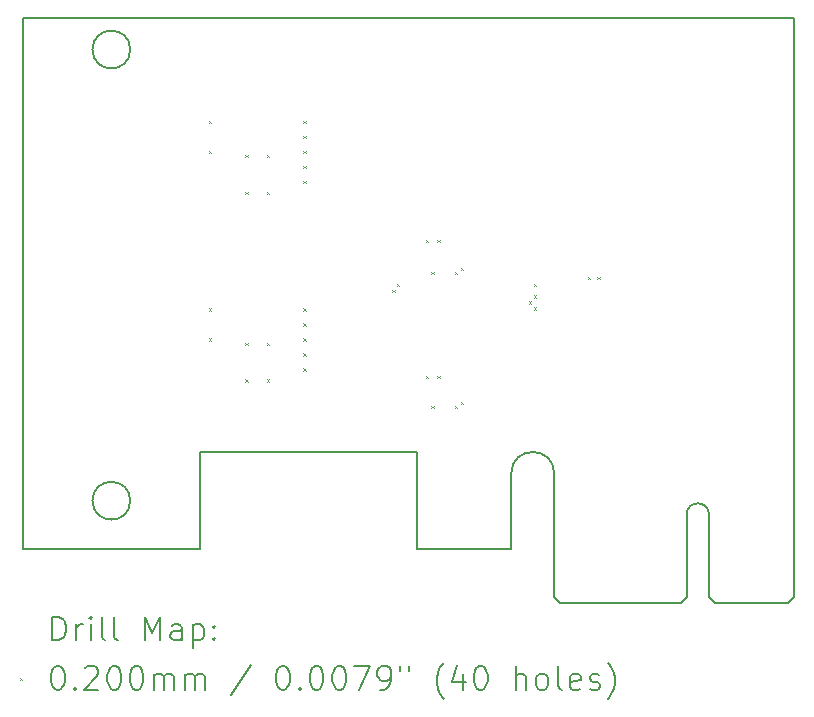
<source format=gbr>
%TF.GenerationSoftware,KiCad,Pcbnew,6.0.9+dfsg-1*%
%TF.CreationDate,2023-01-25T21:24:43+01:00*%
%TF.ProjectId,siproslic,73697072-6f73-46c6-9963-2e6b69636164,rev?*%
%TF.SameCoordinates,Original*%
%TF.FileFunction,Drillmap*%
%TF.FilePolarity,Positive*%
%FSLAX45Y45*%
G04 Gerber Fmt 4.5, Leading zero omitted, Abs format (unit mm)*
G04 Created by KiCad (PCBNEW 6.0.9+dfsg-1) date 2023-01-25 21:24:43*
%MOMM*%
%LPD*%
G01*
G04 APERTURE LIST*
%ADD10C,0.150000*%
%ADD11C,0.200000*%
%ADD12C,0.020000*%
G04 APERTURE END LIST*
D10*
X10997500Y-19412500D02*
X12017500Y-19412500D01*
X10947500Y-19362500D02*
X10997500Y-19412500D01*
X9782500Y-18137500D02*
X9782500Y-18962500D01*
X7357500Y-18550000D02*
G75*
G03*
X7357500Y-18550000I-160000J0D01*
G01*
X12977500Y-14462500D02*
X6447500Y-14462500D01*
X12257500Y-18667500D02*
X12257500Y-19362500D01*
X10947500Y-18320000D02*
X10947500Y-19362500D01*
X12257500Y-19362500D02*
X12307500Y-19412500D01*
X7947500Y-18962500D02*
X7947500Y-18137500D01*
X7357500Y-14730000D02*
G75*
G03*
X7357500Y-14730000I-160000J0D01*
G01*
X6447500Y-14462500D02*
X6447500Y-18962500D01*
X9782500Y-18962500D02*
X10582500Y-18962500D01*
X10947500Y-18320000D02*
G75*
G03*
X10582500Y-18320000I-182500J0D01*
G01*
X12257500Y-18667500D02*
G75*
G03*
X12067500Y-18667500I-95000J0D01*
G01*
X6447500Y-18962500D02*
X7947500Y-18962500D01*
X12927500Y-19412500D02*
X12307500Y-19412500D01*
X12017500Y-19412500D02*
X12067500Y-19362500D01*
X12977500Y-19362500D02*
X12927500Y-19412500D01*
X10582500Y-18962500D02*
X10582500Y-18320000D01*
X12977500Y-14462500D02*
X12977500Y-19362500D01*
X7947500Y-18137500D02*
X9782500Y-18137500D01*
X12067500Y-19362500D02*
X12067500Y-18667500D01*
D11*
D12*
X8022000Y-15333000D02*
X8042000Y-15353000D01*
X8042000Y-15333000D02*
X8022000Y-15353000D01*
X8022000Y-15587000D02*
X8042000Y-15607000D01*
X8042000Y-15587000D02*
X8022000Y-15607000D01*
X8023500Y-16921500D02*
X8043500Y-16941500D01*
X8043500Y-16921500D02*
X8023500Y-16941500D01*
X8023500Y-17175500D02*
X8043500Y-17195500D01*
X8043500Y-17175500D02*
X8023500Y-17195500D01*
X8332500Y-15622500D02*
X8352500Y-15642500D01*
X8352500Y-15622500D02*
X8332500Y-15642500D01*
X8332500Y-15932500D02*
X8352500Y-15952500D01*
X8352500Y-15932500D02*
X8332500Y-15952500D01*
X8332500Y-17212500D02*
X8352500Y-17232500D01*
X8352500Y-17212500D02*
X8332500Y-17232500D01*
X8332500Y-17522500D02*
X8352500Y-17542500D01*
X8352500Y-17522500D02*
X8332500Y-17542500D01*
X8512500Y-15622500D02*
X8532500Y-15642500D01*
X8532500Y-15622500D02*
X8512500Y-15642500D01*
X8512500Y-15932500D02*
X8532500Y-15952500D01*
X8532500Y-15932500D02*
X8512500Y-15952500D01*
X8512500Y-17212500D02*
X8532500Y-17232500D01*
X8532500Y-17212500D02*
X8512500Y-17232500D01*
X8512500Y-17522500D02*
X8532500Y-17542500D01*
X8532500Y-17522500D02*
X8512500Y-17542500D01*
X8822000Y-15333000D02*
X8842000Y-15353000D01*
X8842000Y-15333000D02*
X8822000Y-15353000D01*
X8822000Y-15460000D02*
X8842000Y-15480000D01*
X8842000Y-15460000D02*
X8822000Y-15480000D01*
X8822000Y-15587000D02*
X8842000Y-15607000D01*
X8842000Y-15587000D02*
X8822000Y-15607000D01*
X8822000Y-15714000D02*
X8842000Y-15734000D01*
X8842000Y-15714000D02*
X8822000Y-15734000D01*
X8822000Y-15841000D02*
X8842000Y-15861000D01*
X8842000Y-15841000D02*
X8822000Y-15861000D01*
X8822500Y-17175500D02*
X8842500Y-17195500D01*
X8842500Y-17175500D02*
X8822500Y-17195500D01*
X8823000Y-16921500D02*
X8843000Y-16941500D01*
X8843000Y-16921500D02*
X8823000Y-16941500D01*
X8823000Y-17048500D02*
X8843000Y-17068500D01*
X8843000Y-17048500D02*
X8823000Y-17068500D01*
X8823000Y-17302500D02*
X8843000Y-17322500D01*
X8843000Y-17302500D02*
X8823000Y-17322500D01*
X8823000Y-17429500D02*
X8843000Y-17449500D01*
X8843000Y-17429500D02*
X8823000Y-17449500D01*
X9577500Y-16762500D02*
X9597500Y-16782500D01*
X9597500Y-16762500D02*
X9577500Y-16782500D01*
X9612500Y-16712500D02*
X9632500Y-16732500D01*
X9632500Y-16712500D02*
X9612500Y-16732500D01*
X9857500Y-16342500D02*
X9877500Y-16362500D01*
X9877500Y-16342500D02*
X9857500Y-16362500D01*
X9857500Y-17492500D02*
X9877500Y-17512500D01*
X9877500Y-17492500D02*
X9857500Y-17512500D01*
X9907500Y-16612500D02*
X9927500Y-16632500D01*
X9927500Y-16612500D02*
X9907500Y-16632500D01*
X9907500Y-17747500D02*
X9927500Y-17767500D01*
X9927500Y-17747500D02*
X9907500Y-17767500D01*
X9957500Y-16342500D02*
X9977500Y-16362500D01*
X9977500Y-16342500D02*
X9957500Y-16362500D01*
X9957500Y-17492500D02*
X9977500Y-17512500D01*
X9977500Y-17492500D02*
X9957500Y-17512500D01*
X10107500Y-16612500D02*
X10127500Y-16632500D01*
X10127500Y-16612500D02*
X10107500Y-16632500D01*
X10107500Y-17747500D02*
X10127500Y-17767500D01*
X10127500Y-17747500D02*
X10107500Y-17767500D01*
X10157500Y-16577500D02*
X10177500Y-16597500D01*
X10177500Y-16577500D02*
X10157500Y-16597500D01*
X10157500Y-17710500D02*
X10177500Y-17730500D01*
X10177500Y-17710500D02*
X10157500Y-17730500D01*
X10732500Y-16862500D02*
X10752500Y-16882500D01*
X10752500Y-16862500D02*
X10732500Y-16882500D01*
X10772500Y-16712500D02*
X10792500Y-16732500D01*
X10792500Y-16712500D02*
X10772500Y-16732500D01*
X10772500Y-16812500D02*
X10792500Y-16832500D01*
X10792500Y-16812500D02*
X10772500Y-16832500D01*
X10772500Y-16912500D02*
X10792500Y-16932500D01*
X10792500Y-16912500D02*
X10772500Y-16932500D01*
X11232500Y-16652500D02*
X11252500Y-16672500D01*
X11252500Y-16652500D02*
X11232500Y-16672500D01*
X11312500Y-16652500D02*
X11332500Y-16672500D01*
X11332500Y-16652500D02*
X11312500Y-16672500D01*
D11*
X6697619Y-19730476D02*
X6697619Y-19530476D01*
X6745238Y-19530476D01*
X6773809Y-19540000D01*
X6792857Y-19559048D01*
X6802381Y-19578095D01*
X6811905Y-19616190D01*
X6811905Y-19644762D01*
X6802381Y-19682857D01*
X6792857Y-19701905D01*
X6773809Y-19720952D01*
X6745238Y-19730476D01*
X6697619Y-19730476D01*
X6897619Y-19730476D02*
X6897619Y-19597143D01*
X6897619Y-19635238D02*
X6907143Y-19616190D01*
X6916667Y-19606667D01*
X6935714Y-19597143D01*
X6954762Y-19597143D01*
X7021428Y-19730476D02*
X7021428Y-19597143D01*
X7021428Y-19530476D02*
X7011905Y-19540000D01*
X7021428Y-19549524D01*
X7030952Y-19540000D01*
X7021428Y-19530476D01*
X7021428Y-19549524D01*
X7145238Y-19730476D02*
X7126190Y-19720952D01*
X7116667Y-19701905D01*
X7116667Y-19530476D01*
X7250000Y-19730476D02*
X7230952Y-19720952D01*
X7221428Y-19701905D01*
X7221428Y-19530476D01*
X7478571Y-19730476D02*
X7478571Y-19530476D01*
X7545238Y-19673333D01*
X7611905Y-19530476D01*
X7611905Y-19730476D01*
X7792857Y-19730476D02*
X7792857Y-19625714D01*
X7783333Y-19606667D01*
X7764286Y-19597143D01*
X7726190Y-19597143D01*
X7707143Y-19606667D01*
X7792857Y-19720952D02*
X7773809Y-19730476D01*
X7726190Y-19730476D01*
X7707143Y-19720952D01*
X7697619Y-19701905D01*
X7697619Y-19682857D01*
X7707143Y-19663810D01*
X7726190Y-19654286D01*
X7773809Y-19654286D01*
X7792857Y-19644762D01*
X7888095Y-19597143D02*
X7888095Y-19797143D01*
X7888095Y-19606667D02*
X7907143Y-19597143D01*
X7945238Y-19597143D01*
X7964286Y-19606667D01*
X7973809Y-19616190D01*
X7983333Y-19635238D01*
X7983333Y-19692381D01*
X7973809Y-19711429D01*
X7964286Y-19720952D01*
X7945238Y-19730476D01*
X7907143Y-19730476D01*
X7888095Y-19720952D01*
X8069048Y-19711429D02*
X8078571Y-19720952D01*
X8069048Y-19730476D01*
X8059524Y-19720952D01*
X8069048Y-19711429D01*
X8069048Y-19730476D01*
X8069048Y-19606667D02*
X8078571Y-19616190D01*
X8069048Y-19625714D01*
X8059524Y-19616190D01*
X8069048Y-19606667D01*
X8069048Y-19625714D01*
D12*
X6420000Y-20050000D02*
X6440000Y-20070000D01*
X6440000Y-20050000D02*
X6420000Y-20070000D01*
D11*
X6735714Y-19950476D02*
X6754762Y-19950476D01*
X6773809Y-19960000D01*
X6783333Y-19969524D01*
X6792857Y-19988571D01*
X6802381Y-20026667D01*
X6802381Y-20074286D01*
X6792857Y-20112381D01*
X6783333Y-20131429D01*
X6773809Y-20140952D01*
X6754762Y-20150476D01*
X6735714Y-20150476D01*
X6716667Y-20140952D01*
X6707143Y-20131429D01*
X6697619Y-20112381D01*
X6688095Y-20074286D01*
X6688095Y-20026667D01*
X6697619Y-19988571D01*
X6707143Y-19969524D01*
X6716667Y-19960000D01*
X6735714Y-19950476D01*
X6888095Y-20131429D02*
X6897619Y-20140952D01*
X6888095Y-20150476D01*
X6878571Y-20140952D01*
X6888095Y-20131429D01*
X6888095Y-20150476D01*
X6973809Y-19969524D02*
X6983333Y-19960000D01*
X7002381Y-19950476D01*
X7050000Y-19950476D01*
X7069048Y-19960000D01*
X7078571Y-19969524D01*
X7088095Y-19988571D01*
X7088095Y-20007619D01*
X7078571Y-20036190D01*
X6964286Y-20150476D01*
X7088095Y-20150476D01*
X7211905Y-19950476D02*
X7230952Y-19950476D01*
X7250000Y-19960000D01*
X7259524Y-19969524D01*
X7269048Y-19988571D01*
X7278571Y-20026667D01*
X7278571Y-20074286D01*
X7269048Y-20112381D01*
X7259524Y-20131429D01*
X7250000Y-20140952D01*
X7230952Y-20150476D01*
X7211905Y-20150476D01*
X7192857Y-20140952D01*
X7183333Y-20131429D01*
X7173809Y-20112381D01*
X7164286Y-20074286D01*
X7164286Y-20026667D01*
X7173809Y-19988571D01*
X7183333Y-19969524D01*
X7192857Y-19960000D01*
X7211905Y-19950476D01*
X7402381Y-19950476D02*
X7421428Y-19950476D01*
X7440476Y-19960000D01*
X7450000Y-19969524D01*
X7459524Y-19988571D01*
X7469048Y-20026667D01*
X7469048Y-20074286D01*
X7459524Y-20112381D01*
X7450000Y-20131429D01*
X7440476Y-20140952D01*
X7421428Y-20150476D01*
X7402381Y-20150476D01*
X7383333Y-20140952D01*
X7373809Y-20131429D01*
X7364286Y-20112381D01*
X7354762Y-20074286D01*
X7354762Y-20026667D01*
X7364286Y-19988571D01*
X7373809Y-19969524D01*
X7383333Y-19960000D01*
X7402381Y-19950476D01*
X7554762Y-20150476D02*
X7554762Y-20017143D01*
X7554762Y-20036190D02*
X7564286Y-20026667D01*
X7583333Y-20017143D01*
X7611905Y-20017143D01*
X7630952Y-20026667D01*
X7640476Y-20045714D01*
X7640476Y-20150476D01*
X7640476Y-20045714D02*
X7650000Y-20026667D01*
X7669048Y-20017143D01*
X7697619Y-20017143D01*
X7716667Y-20026667D01*
X7726190Y-20045714D01*
X7726190Y-20150476D01*
X7821428Y-20150476D02*
X7821428Y-20017143D01*
X7821428Y-20036190D02*
X7830952Y-20026667D01*
X7850000Y-20017143D01*
X7878571Y-20017143D01*
X7897619Y-20026667D01*
X7907143Y-20045714D01*
X7907143Y-20150476D01*
X7907143Y-20045714D02*
X7916667Y-20026667D01*
X7935714Y-20017143D01*
X7964286Y-20017143D01*
X7983333Y-20026667D01*
X7992857Y-20045714D01*
X7992857Y-20150476D01*
X8383333Y-19940952D02*
X8211905Y-20198095D01*
X8640476Y-19950476D02*
X8659524Y-19950476D01*
X8678571Y-19960000D01*
X8688095Y-19969524D01*
X8697619Y-19988571D01*
X8707143Y-20026667D01*
X8707143Y-20074286D01*
X8697619Y-20112381D01*
X8688095Y-20131429D01*
X8678571Y-20140952D01*
X8659524Y-20150476D01*
X8640476Y-20150476D01*
X8621429Y-20140952D01*
X8611905Y-20131429D01*
X8602381Y-20112381D01*
X8592857Y-20074286D01*
X8592857Y-20026667D01*
X8602381Y-19988571D01*
X8611905Y-19969524D01*
X8621429Y-19960000D01*
X8640476Y-19950476D01*
X8792857Y-20131429D02*
X8802381Y-20140952D01*
X8792857Y-20150476D01*
X8783333Y-20140952D01*
X8792857Y-20131429D01*
X8792857Y-20150476D01*
X8926190Y-19950476D02*
X8945238Y-19950476D01*
X8964286Y-19960000D01*
X8973810Y-19969524D01*
X8983333Y-19988571D01*
X8992857Y-20026667D01*
X8992857Y-20074286D01*
X8983333Y-20112381D01*
X8973810Y-20131429D01*
X8964286Y-20140952D01*
X8945238Y-20150476D01*
X8926190Y-20150476D01*
X8907143Y-20140952D01*
X8897619Y-20131429D01*
X8888095Y-20112381D01*
X8878571Y-20074286D01*
X8878571Y-20026667D01*
X8888095Y-19988571D01*
X8897619Y-19969524D01*
X8907143Y-19960000D01*
X8926190Y-19950476D01*
X9116667Y-19950476D02*
X9135714Y-19950476D01*
X9154762Y-19960000D01*
X9164286Y-19969524D01*
X9173810Y-19988571D01*
X9183333Y-20026667D01*
X9183333Y-20074286D01*
X9173810Y-20112381D01*
X9164286Y-20131429D01*
X9154762Y-20140952D01*
X9135714Y-20150476D01*
X9116667Y-20150476D01*
X9097619Y-20140952D01*
X9088095Y-20131429D01*
X9078571Y-20112381D01*
X9069048Y-20074286D01*
X9069048Y-20026667D01*
X9078571Y-19988571D01*
X9088095Y-19969524D01*
X9097619Y-19960000D01*
X9116667Y-19950476D01*
X9250000Y-19950476D02*
X9383333Y-19950476D01*
X9297619Y-20150476D01*
X9469048Y-20150476D02*
X9507143Y-20150476D01*
X9526190Y-20140952D01*
X9535714Y-20131429D01*
X9554762Y-20102857D01*
X9564286Y-20064762D01*
X9564286Y-19988571D01*
X9554762Y-19969524D01*
X9545238Y-19960000D01*
X9526190Y-19950476D01*
X9488095Y-19950476D01*
X9469048Y-19960000D01*
X9459524Y-19969524D01*
X9450000Y-19988571D01*
X9450000Y-20036190D01*
X9459524Y-20055238D01*
X9469048Y-20064762D01*
X9488095Y-20074286D01*
X9526190Y-20074286D01*
X9545238Y-20064762D01*
X9554762Y-20055238D01*
X9564286Y-20036190D01*
X9640476Y-19950476D02*
X9640476Y-19988571D01*
X9716667Y-19950476D02*
X9716667Y-19988571D01*
X10011905Y-20226667D02*
X10002381Y-20217143D01*
X9983333Y-20188571D01*
X9973810Y-20169524D01*
X9964286Y-20140952D01*
X9954762Y-20093333D01*
X9954762Y-20055238D01*
X9964286Y-20007619D01*
X9973810Y-19979048D01*
X9983333Y-19960000D01*
X10002381Y-19931429D01*
X10011905Y-19921905D01*
X10173810Y-20017143D02*
X10173810Y-20150476D01*
X10126190Y-19940952D02*
X10078571Y-20083810D01*
X10202381Y-20083810D01*
X10316667Y-19950476D02*
X10335714Y-19950476D01*
X10354762Y-19960000D01*
X10364286Y-19969524D01*
X10373810Y-19988571D01*
X10383333Y-20026667D01*
X10383333Y-20074286D01*
X10373810Y-20112381D01*
X10364286Y-20131429D01*
X10354762Y-20140952D01*
X10335714Y-20150476D01*
X10316667Y-20150476D01*
X10297619Y-20140952D01*
X10288095Y-20131429D01*
X10278571Y-20112381D01*
X10269048Y-20074286D01*
X10269048Y-20026667D01*
X10278571Y-19988571D01*
X10288095Y-19969524D01*
X10297619Y-19960000D01*
X10316667Y-19950476D01*
X10621429Y-20150476D02*
X10621429Y-19950476D01*
X10707143Y-20150476D02*
X10707143Y-20045714D01*
X10697619Y-20026667D01*
X10678571Y-20017143D01*
X10650000Y-20017143D01*
X10630952Y-20026667D01*
X10621429Y-20036190D01*
X10830952Y-20150476D02*
X10811905Y-20140952D01*
X10802381Y-20131429D01*
X10792857Y-20112381D01*
X10792857Y-20055238D01*
X10802381Y-20036190D01*
X10811905Y-20026667D01*
X10830952Y-20017143D01*
X10859524Y-20017143D01*
X10878571Y-20026667D01*
X10888095Y-20036190D01*
X10897619Y-20055238D01*
X10897619Y-20112381D01*
X10888095Y-20131429D01*
X10878571Y-20140952D01*
X10859524Y-20150476D01*
X10830952Y-20150476D01*
X11011905Y-20150476D02*
X10992857Y-20140952D01*
X10983333Y-20121905D01*
X10983333Y-19950476D01*
X11164286Y-20140952D02*
X11145238Y-20150476D01*
X11107143Y-20150476D01*
X11088095Y-20140952D01*
X11078571Y-20121905D01*
X11078571Y-20045714D01*
X11088095Y-20026667D01*
X11107143Y-20017143D01*
X11145238Y-20017143D01*
X11164286Y-20026667D01*
X11173810Y-20045714D01*
X11173810Y-20064762D01*
X11078571Y-20083810D01*
X11250000Y-20140952D02*
X11269048Y-20150476D01*
X11307143Y-20150476D01*
X11326190Y-20140952D01*
X11335714Y-20121905D01*
X11335714Y-20112381D01*
X11326190Y-20093333D01*
X11307143Y-20083810D01*
X11278571Y-20083810D01*
X11259524Y-20074286D01*
X11250000Y-20055238D01*
X11250000Y-20045714D01*
X11259524Y-20026667D01*
X11278571Y-20017143D01*
X11307143Y-20017143D01*
X11326190Y-20026667D01*
X11402381Y-20226667D02*
X11411905Y-20217143D01*
X11430952Y-20188571D01*
X11440476Y-20169524D01*
X11450000Y-20140952D01*
X11459524Y-20093333D01*
X11459524Y-20055238D01*
X11450000Y-20007619D01*
X11440476Y-19979048D01*
X11430952Y-19960000D01*
X11411905Y-19931429D01*
X11402381Y-19921905D01*
M02*

</source>
